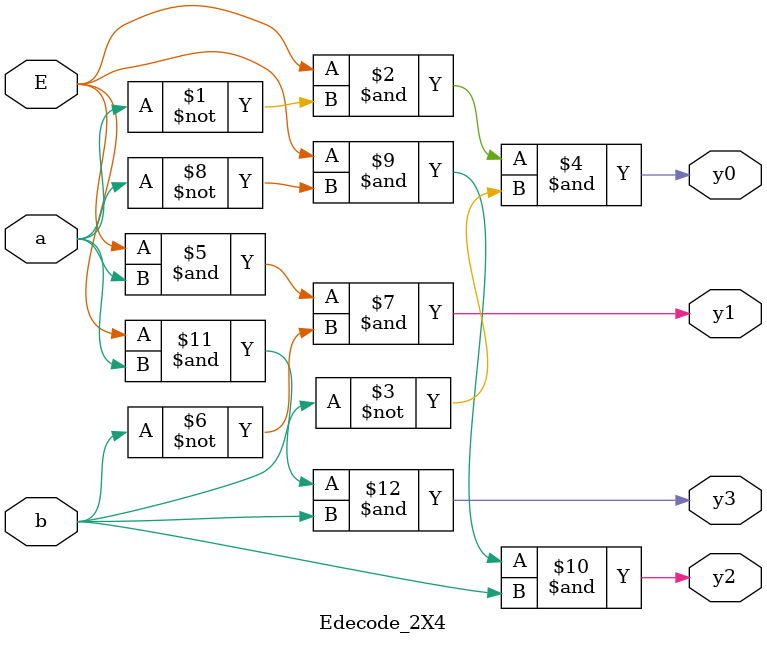
<source format=v>
`timescale 1ns / 1ps


module Edecode_2X4(
    input E,
    input a,
    input b,
    output y0,
    output y1,
    output y2,
    output y3
    );
assign y0=E & (~a) & (~b);
assign y1=E & (a) & (~b);
assign y2=E & (~a) & (b);
assign y3=E & (a) & (b);
endmodule

</source>
